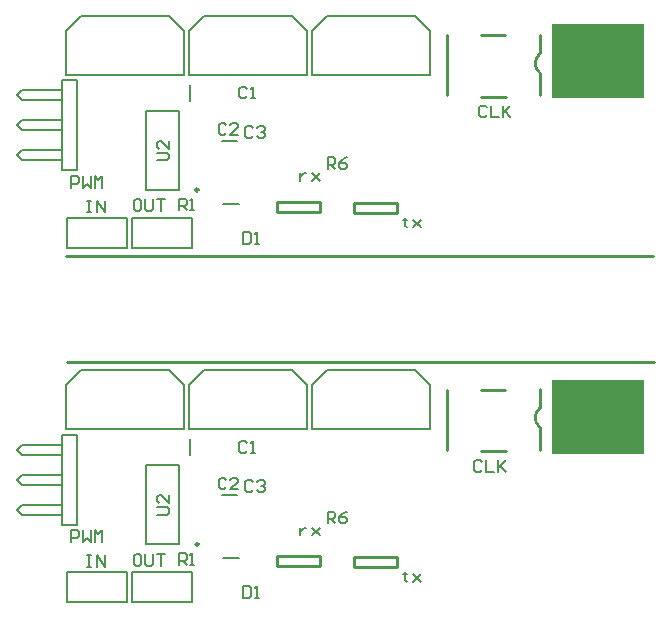
<source format=gto>
G04 Layer_Color=65535*
%FSLAX24Y24*%
%MOIN*%
G70*
G01*
G75*
%ADD16C,0.0100*%
%ADD27C,0.0098*%
%ADD28C,0.0050*%
%ADD29C,0.0079*%
%ADD30C,0.0059*%
%ADD31R,0.3110X0.2480*%
D16*
X15848Y18358D02*
G03*
X15828Y17759I257J-308D01*
G01*
X15848Y6547D02*
G03*
X15828Y5948I257J-308D01*
G01*
X49Y11634D02*
X19636D01*
X12755Y16985D02*
Y18985D01*
X15855Y18385D02*
Y19010D01*
Y16985D02*
Y17735D01*
X13905Y18985D02*
X14705D01*
X13905Y16935D02*
X14715D01*
X89Y8100D02*
X19675D01*
X7096Y13091D02*
X8533D01*
X7096D02*
Y13425D01*
X8533D01*
Y13091D02*
Y13425D01*
X9646Y13396D02*
X11083D01*
Y13061D02*
Y13396D01*
X9646Y13061D02*
X11083D01*
X9646D02*
Y13396D01*
X12755Y5174D02*
Y7174D01*
X15855Y6574D02*
Y7199D01*
Y5174D02*
Y5924D01*
X13905Y7174D02*
X14705D01*
X13905Y5124D02*
X14715D01*
X9646Y1585D02*
X11083D01*
Y1250D02*
Y1585D01*
X9646Y1250D02*
X11083D01*
X9646D02*
Y1585D01*
X7096Y1280D02*
X8533D01*
X7096D02*
Y1614D01*
X8533D01*
Y1280D02*
Y1614D01*
D27*
X4478Y13829D02*
G03*
X4478Y13829I-49J0D01*
G01*
Y2018D02*
G03*
X4478Y2018I-49J0D01*
G01*
D28*
X3496Y19636D02*
X3996Y19136D01*
X59Y17667D02*
Y19136D01*
X559Y19636D01*
X3496D01*
X3996Y17667D02*
Y19136D01*
X59Y17667D02*
X3996D01*
X7591Y19636D02*
X8091Y19136D01*
X4154Y17667D02*
Y19136D01*
X4654Y19636D01*
X7591D01*
X8091Y17667D02*
Y19136D01*
X4154Y17667D02*
X8091D01*
X11685Y19636D02*
X12185Y19136D01*
X8248Y17667D02*
Y19136D01*
X8748Y19636D01*
X11685D01*
X12185Y17667D02*
Y19136D01*
X8248Y17667D02*
X12185D01*
X3496Y7825D02*
X3996Y7325D01*
X59Y5856D02*
Y7325D01*
X559Y7825D01*
X3496D01*
X3996Y5856D02*
Y7325D01*
X59Y5856D02*
X3996D01*
X7591Y7825D02*
X8091Y7325D01*
X4154Y5856D02*
Y7325D01*
X4654Y7825D01*
X7591D01*
X8091Y5856D02*
Y7325D01*
X4154Y5856D02*
X8091D01*
X11685Y7825D02*
X12185Y7325D01*
X8248Y5856D02*
Y7325D01*
X8748Y7825D01*
X11685D01*
X12185Y5856D02*
Y7325D01*
X8248Y5856D02*
X12185D01*
D29*
X2736Y16467D02*
X3839D01*
X2736Y13829D02*
X3839D01*
X2736D02*
Y16467D01*
X3839Y13829D02*
Y16467D01*
X-1398Y14812D02*
X-65D01*
X-1565Y14978D02*
X-1398Y14812D01*
X-1565Y14978D02*
X-1398Y15145D01*
X-65D01*
X-1398Y15812D02*
X-65D01*
X-1565Y15978D02*
X-1398Y15812D01*
X-1565Y15978D02*
X-1398Y16145D01*
X-65D01*
X-1398Y16812D02*
X-65D01*
X-1565Y16978D02*
X-1398Y16812D01*
X-1565Y16978D02*
X-1398Y17145D01*
X-65D01*
X435Y14478D02*
Y17478D01*
X-65D02*
X435D01*
X-65Y14478D02*
X435D01*
X-65D02*
Y17478D01*
X2270Y11902D02*
X4270D01*
Y12902D01*
X2270D02*
X4270D01*
X2270Y11902D02*
Y12902D01*
X85Y11902D02*
X2085D01*
Y12902D01*
X85D02*
X2085D01*
X85Y11902D02*
Y12902D01*
X5305Y13356D02*
X5817D01*
X5246Y15463D02*
X5758D01*
X4193Y16811D02*
Y17323D01*
X85Y91D02*
X2085D01*
Y1091D01*
X85D02*
X2085D01*
X85Y91D02*
Y1091D01*
X2736Y4656D02*
X3839D01*
X2736Y2018D02*
X3839D01*
X2736D02*
Y4656D01*
X3839Y2018D02*
Y4656D01*
X2270Y91D02*
X4270D01*
Y1091D01*
X2270D02*
X4270D01*
X2270Y91D02*
Y1091D01*
X-1398Y3001D02*
X-65D01*
X-1565Y3167D02*
X-1398Y3001D01*
X-1565Y3167D02*
X-1398Y3334D01*
X-65D01*
X-1398Y4001D02*
X-65D01*
X-1565Y4167D02*
X-1398Y4001D01*
X-1565Y4167D02*
X-1398Y4334D01*
X-65D01*
X-1398Y5001D02*
X-65D01*
X-1565Y5167D02*
X-1398Y5001D01*
X-1565Y5167D02*
X-1398Y5334D01*
X-65D01*
X435Y2667D02*
Y5667D01*
X-65D02*
X435D01*
X-65Y2667D02*
X435D01*
X-65D02*
Y5667D01*
X4193Y5000D02*
Y5512D01*
X5246Y3652D02*
X5758D01*
X5305Y1545D02*
X5817D01*
D30*
X14091Y16578D02*
X14026Y16644D01*
X13894D01*
X13829Y16578D01*
Y16316D01*
X13894Y16250D01*
X14026D01*
X14091Y16316D01*
X14222Y16644D02*
Y16250D01*
X14485D01*
X14616Y16644D02*
Y16250D01*
Y16381D01*
X14878Y16644D01*
X14681Y16447D01*
X14878Y16250D01*
X3091Y14813D02*
X3419D01*
X3484Y14879D01*
Y15010D01*
X3419Y15075D01*
X3091D01*
X3484Y15469D02*
Y15207D01*
X3222Y15469D01*
X3156D01*
X3091Y15403D01*
Y15272D01*
X3156Y15207D01*
X8780Y14528D02*
Y14921D01*
X8976D01*
X9042Y14856D01*
Y14724D01*
X8976Y14659D01*
X8780D01*
X8911D02*
X9042Y14528D01*
X9435Y14921D02*
X9304Y14856D01*
X9173Y14724D01*
Y14593D01*
X9239Y14528D01*
X9370D01*
X9435Y14593D01*
Y14659D01*
X9370Y14724D01*
X9173D01*
X3819Y13150D02*
Y13543D01*
X4016D01*
X4081Y13478D01*
Y13346D01*
X4016Y13281D01*
X3819D01*
X3950D02*
X4081Y13150D01*
X4212D02*
X4344D01*
X4278D01*
Y13543D01*
X4212Y13478D01*
X226Y13898D02*
Y14291D01*
X423D01*
X489Y14226D01*
Y14094D01*
X423Y14029D01*
X226D01*
X620Y14291D02*
Y13898D01*
X751Y14029D01*
X882Y13898D01*
Y14291D01*
X1014Y13898D02*
Y14291D01*
X1145Y14160D01*
X1276Y14291D01*
Y13898D01*
X2510Y13514D02*
X2379D01*
X2313Y13448D01*
Y13186D01*
X2379Y13120D01*
X2510D01*
X2575Y13186D01*
Y13448D01*
X2510Y13514D01*
X2707D02*
Y13186D01*
X2772Y13120D01*
X2903D01*
X2969Y13186D01*
Y13514D01*
X3100D02*
X3363D01*
X3231D01*
Y13120D01*
X768Y13474D02*
X899D01*
X833D01*
Y13081D01*
X768D01*
X899D01*
X1096D02*
Y13474D01*
X1358Y13081D01*
Y13474D01*
X7874Y14386D02*
Y14124D01*
Y14255D01*
X7940Y14321D01*
X8005Y14386D01*
X8071D01*
X8268D02*
X8530Y14124D01*
X8399Y14255D01*
X8530Y14386D01*
X8268Y14124D01*
X11375Y12907D02*
Y12841D01*
X11309D01*
X11440D01*
X11375D01*
Y12644D01*
X11440Y12579D01*
X11637Y12841D02*
X11899Y12579D01*
X11768Y12710D01*
X11899Y12841D01*
X11637Y12579D01*
X5955Y12431D02*
Y12037D01*
X6152D01*
X6217Y12103D01*
Y12365D01*
X6152Y12431D01*
X5955D01*
X6348Y12037D02*
X6479D01*
X6414D01*
Y12431D01*
X6348Y12365D01*
X6286Y15899D02*
X6220Y15964D01*
X6089D01*
X6024Y15899D01*
Y15636D01*
X6089Y15571D01*
X6220D01*
X6286Y15636D01*
X6417Y15899D02*
X6483Y15964D01*
X6614D01*
X6680Y15899D01*
Y15833D01*
X6614Y15768D01*
X6548D01*
X6614D01*
X6680Y15702D01*
Y15636D01*
X6614Y15571D01*
X6483D01*
X6417Y15636D01*
X5410Y15987D02*
X5344Y16053D01*
X5213D01*
X5148Y15987D01*
Y15725D01*
X5213Y15659D01*
X5344D01*
X5410Y15725D01*
X5804Y15659D02*
X5541D01*
X5804Y15922D01*
Y15987D01*
X5738Y16053D01*
X5607D01*
X5541Y15987D01*
X6099Y17208D02*
X6033Y17273D01*
X5902D01*
X5837Y17208D01*
Y16946D01*
X5902Y16880D01*
X6033D01*
X6099Y16946D01*
X6230Y16880D02*
X6361D01*
X6296D01*
Y17273D01*
X6230Y17208D01*
X6099Y5397D02*
X6033Y5462D01*
X5902D01*
X5837Y5397D01*
Y5134D01*
X5902Y5069D01*
X6033D01*
X6099Y5134D01*
X6230Y5069D02*
X6361D01*
X6296D01*
Y5462D01*
X6230Y5397D01*
X5410Y4176D02*
X5344Y4242D01*
X5213D01*
X5148Y4176D01*
Y3914D01*
X5213Y3848D01*
X5344D01*
X5410Y3914D01*
X5804Y3848D02*
X5541D01*
X5804Y4111D01*
Y4176D01*
X5738Y4242D01*
X5607D01*
X5541Y4176D01*
X6286Y4088D02*
X6220Y4153D01*
X6089D01*
X6024Y4088D01*
Y3825D01*
X6089Y3760D01*
X6220D01*
X6286Y3825D01*
X6417Y4088D02*
X6483Y4153D01*
X6614D01*
X6680Y4088D01*
Y4022D01*
X6614Y3957D01*
X6548D01*
X6614D01*
X6680Y3891D01*
Y3825D01*
X6614Y3760D01*
X6483D01*
X6417Y3825D01*
X5955Y620D02*
Y226D01*
X6152D01*
X6217Y292D01*
Y554D01*
X6152Y620D01*
X5955D01*
X6348Y226D02*
X6479D01*
X6414D01*
Y620D01*
X6348Y554D01*
X11375Y1096D02*
Y1030D01*
X11309D01*
X11440D01*
X11375D01*
Y833D01*
X11440Y768D01*
X11637Y1030D02*
X11899Y768D01*
X11768Y899D01*
X11899Y1030D01*
X11637Y768D01*
X7874Y2575D02*
Y2313D01*
Y2444D01*
X7940Y2510D01*
X8005Y2575D01*
X8071D01*
X8268D02*
X8530Y2313D01*
X8399Y2444D01*
X8530Y2575D01*
X8268Y2313D01*
X13934Y4757D02*
X13868Y4823D01*
X13737D01*
X13671Y4757D01*
Y4495D01*
X13737Y4429D01*
X13868D01*
X13934Y4495D01*
X14065Y4823D02*
Y4429D01*
X14327D01*
X14458Y4823D02*
Y4429D01*
Y4560D01*
X14721Y4823D01*
X14524Y4626D01*
X14721Y4429D01*
X768Y1663D02*
X899D01*
X833D01*
Y1270D01*
X768D01*
X899D01*
X1096D02*
Y1663D01*
X1358Y1270D01*
Y1663D01*
X2510Y1703D02*
X2379D01*
X2313Y1637D01*
Y1375D01*
X2379Y1309D01*
X2510D01*
X2575Y1375D01*
Y1637D01*
X2510Y1703D01*
X2707D02*
Y1375D01*
X2772Y1309D01*
X2903D01*
X2969Y1375D01*
Y1703D01*
X3100D02*
X3363D01*
X3231D01*
Y1309D01*
X226Y2087D02*
Y2480D01*
X423D01*
X489Y2415D01*
Y2283D01*
X423Y2218D01*
X226D01*
X620Y2480D02*
Y2087D01*
X751Y2218D01*
X882Y2087D01*
Y2480D01*
X1014Y2087D02*
Y2480D01*
X1145Y2349D01*
X1276Y2480D01*
Y2087D01*
X3819Y1339D02*
Y1732D01*
X4016D01*
X4081Y1667D01*
Y1535D01*
X4016Y1470D01*
X3819D01*
X3950D02*
X4081Y1339D01*
X4212D02*
X4344D01*
X4278D01*
Y1732D01*
X4212Y1667D01*
X8780Y2717D02*
Y3110D01*
X8976D01*
X9042Y3045D01*
Y2913D01*
X8976Y2848D01*
X8780D01*
X8911D02*
X9042Y2717D01*
X9435Y3110D02*
X9304Y3045D01*
X9173Y2913D01*
Y2782D01*
X9239Y2717D01*
X9370D01*
X9435Y2782D01*
Y2848D01*
X9370Y2913D01*
X9173D01*
X3091Y3002D02*
X3419D01*
X3484Y3068D01*
Y3199D01*
X3419Y3264D01*
X3091D01*
X3484Y3658D02*
Y3396D01*
X3222Y3658D01*
X3156D01*
X3091Y3592D01*
Y3461D01*
X3156Y3396D01*
D31*
X17805Y18130D02*
D03*
Y6260D02*
D03*
M02*

</source>
